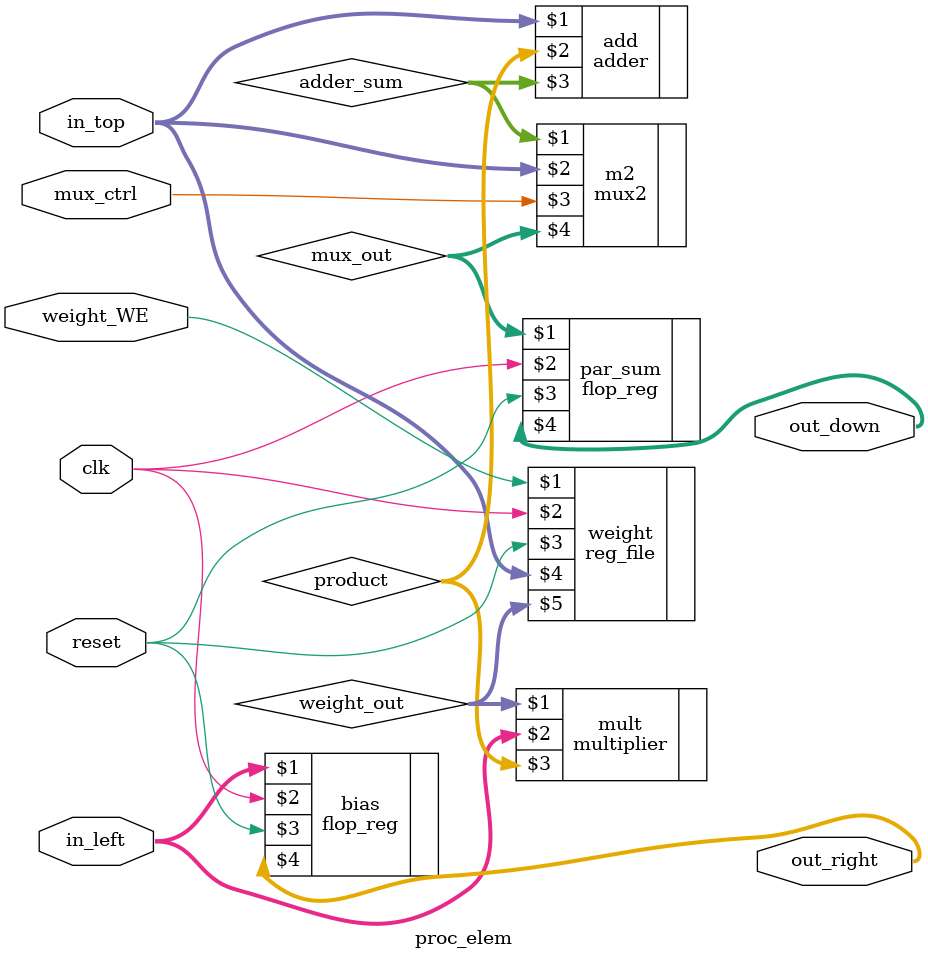
<source format=v>
module proc_elem(out_down, out_right, in_top, in_left, 
                 weight_WE, mux_ctrl, clk, reset);
//--------------------------
// PARAMETERS
parameter DATA_WIDTH = 16;
//--------------------------
// INPUTS
input clk;
input reset;
input [DATA_WIDTH-1:0] in_top;
input [DATA_WIDTH-1:0] in_left;
input weight_WE;
input mux_ctrl;
//--------------------------
// OUTPUTS
output [DATA_WIDTH-1:0] out_down;
output [DATA_WIDTH-1:0] out_right;
//--------------------------

// WIRES
wire [DATA_WIDTH-1:0] weight_out;
wire [DATA_WIDTH-1:0] product;
wire [DATA_WIDTH-1:0] adder_sum;
wire [DATA_WIDTH-1:0] mux_out;
//--------------------------
// REGISTERS
//--------------------------
// INSTANCES
reg_file weight(weight_WE, clk, reset, in_top, weight_out);
flop_reg bias(in_left, clk, reset, out_right);
adder add(in_top, product, adder_sum);
multiplier mult(weight_out, in_left, product);
mux2 m2(adder_sum, in_top, mux_ctrl, mux_out);
flop_reg par_sum(mux_out, clk, reset, out_down);
//--------------------------


endmodule
</source>
